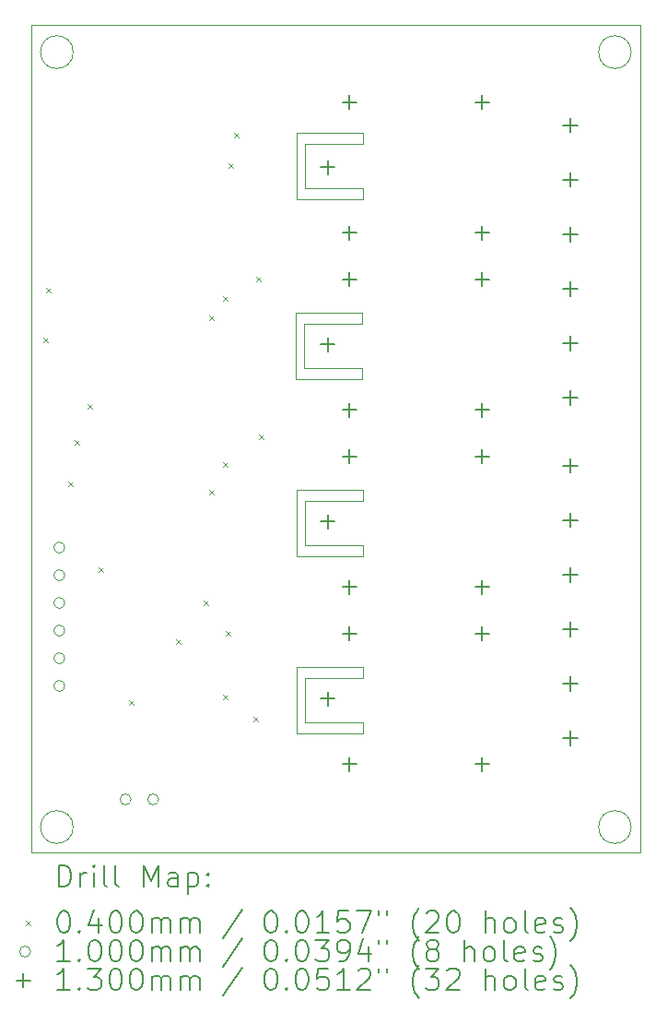
<source format=gbr>
%TF.GenerationSoftware,KiCad,Pcbnew,(6.0.7)*%
%TF.CreationDate,2023-01-17T21:26:49+03:00*%
%TF.ProjectId,4ChannelRelayModule,34436861-6e6e-4656-9c52-656c61794d6f,rev?*%
%TF.SameCoordinates,Original*%
%TF.FileFunction,Drillmap*%
%TF.FilePolarity,Positive*%
%FSLAX45Y45*%
G04 Gerber Fmt 4.5, Leading zero omitted, Abs format (unit mm)*
G04 Created by KiCad (PCBNEW (6.0.7)) date 2023-01-17 21:26:49*
%MOMM*%
%LPD*%
G01*
G04 APERTURE LIST*
%ADD10C,0.100000*%
%ADD11C,0.200000*%
%ADD12C,0.040000*%
%ADD13C,0.130000*%
G04 APERTURE END LIST*
D10*
X13093700Y-7994800D02*
X12560300Y-7994800D01*
X13106400Y-10839600D02*
X13106400Y-10738000D01*
X12484100Y-8096400D02*
X13093700Y-8096400D01*
X15652400Y-12445200D02*
X15652400Y-4845200D01*
X12560300Y-7994800D02*
X12560300Y-7588400D01*
X12573000Y-11246000D02*
X12573000Y-10839600D01*
X12496800Y-9722000D02*
X13106400Y-9722000D01*
X12496800Y-5835800D02*
X12496800Y-6445400D01*
X13106400Y-5835800D02*
X12496800Y-5835800D01*
X12560300Y-7588400D02*
X13093700Y-7588400D01*
X13106400Y-9722000D02*
X13106400Y-9620400D01*
X13093700Y-7486800D02*
X12484100Y-7486800D01*
X15652400Y-12445200D02*
X10052400Y-12445200D01*
X13106400Y-9620400D02*
X12573000Y-9620400D01*
X10439400Y-5099200D02*
G75*
G03*
X10439400Y-5099200I-150000J0D01*
G01*
X12496800Y-10738000D02*
X12496800Y-11347600D01*
X12573000Y-9214000D02*
X13106400Y-9214000D01*
X13106400Y-6445400D02*
X13106400Y-6343800D01*
X12573000Y-9620400D02*
X12573000Y-9214000D01*
X10052400Y-4845200D02*
X15652400Y-4845200D01*
X13106400Y-9112400D02*
X12496800Y-9112400D01*
X13106400Y-5937400D02*
X13106400Y-5835800D01*
X12573000Y-5937400D02*
X13106400Y-5937400D01*
X10052400Y-4845200D02*
X10052400Y-12445200D01*
X13093700Y-8096400D02*
X13093700Y-7994800D01*
X13106400Y-11246000D02*
X12573000Y-11246000D01*
X13106400Y-6343800D02*
X12573000Y-6343800D01*
X13106400Y-10738000D02*
X12496800Y-10738000D01*
X13106400Y-11347600D02*
X13106400Y-11246000D01*
X15567800Y-12211200D02*
G75*
G03*
X15567800Y-12211200I-150000J0D01*
G01*
X12496800Y-11347600D02*
X13106400Y-11347600D01*
X12496800Y-9112400D02*
X12496800Y-9722000D01*
X15567800Y-5099200D02*
G75*
G03*
X15567800Y-5099200I-150000J0D01*
G01*
X12573000Y-10839600D02*
X13106400Y-10839600D01*
X13093700Y-7588400D02*
X13093700Y-7486800D01*
X12573000Y-6343800D02*
X12573000Y-5937400D01*
X13106400Y-9214000D02*
X13106400Y-9112400D01*
X12496800Y-6445400D02*
X13106400Y-6445400D01*
X10439400Y-12211200D02*
G75*
G03*
X10439400Y-12211200I-150000J0D01*
G01*
X12484100Y-7486800D02*
X12484100Y-8096400D01*
D11*
D12*
X10165400Y-7720800D02*
X10205400Y-7760800D01*
X10205400Y-7720800D02*
X10165400Y-7760800D01*
X10190800Y-7263600D02*
X10230800Y-7303600D01*
X10230800Y-7263600D02*
X10190800Y-7303600D01*
X10394000Y-9041600D02*
X10434000Y-9081600D01*
X10434000Y-9041600D02*
X10394000Y-9081600D01*
X10456550Y-8660600D02*
X10496550Y-8700600D01*
X10496550Y-8660600D02*
X10456550Y-8700600D01*
X10571800Y-8330400D02*
X10611800Y-8370400D01*
X10611800Y-8330400D02*
X10571800Y-8370400D01*
X10673400Y-9829000D02*
X10713400Y-9869000D01*
X10713400Y-9829000D02*
X10673400Y-9869000D01*
X10952800Y-11048200D02*
X10992800Y-11088200D01*
X10992800Y-11048200D02*
X10952800Y-11088200D01*
X11384600Y-10489400D02*
X11424600Y-10529400D01*
X11424600Y-10489400D02*
X11384600Y-10529400D01*
X11638600Y-10133800D02*
X11678600Y-10173800D01*
X11678600Y-10133800D02*
X11638600Y-10173800D01*
X11689400Y-7517600D02*
X11729400Y-7557600D01*
X11729400Y-7517600D02*
X11689400Y-7557600D01*
X11689400Y-9117800D02*
X11729400Y-9157800D01*
X11729400Y-9117800D02*
X11689400Y-9157800D01*
X11816400Y-7339800D02*
X11856400Y-7379800D01*
X11856400Y-7339800D02*
X11816400Y-7379800D01*
X11816400Y-8863800D02*
X11856400Y-8903800D01*
X11856400Y-8863800D02*
X11816400Y-8903800D01*
X11816400Y-10997400D02*
X11856400Y-11037400D01*
X11856400Y-10997400D02*
X11816400Y-11037400D01*
X11841800Y-10413200D02*
X11881800Y-10453200D01*
X11881800Y-10413200D02*
X11841800Y-10453200D01*
X11867200Y-6120600D02*
X11907200Y-6160600D01*
X11907200Y-6120600D02*
X11867200Y-6160600D01*
X11918000Y-5841200D02*
X11958000Y-5881200D01*
X11958000Y-5841200D02*
X11918000Y-5881200D01*
X12095800Y-11200600D02*
X12135800Y-11240600D01*
X12135800Y-11200600D02*
X12095800Y-11240600D01*
X12121200Y-7162000D02*
X12161200Y-7202000D01*
X12161200Y-7162000D02*
X12121200Y-7202000D01*
X12146600Y-8609800D02*
X12186600Y-8649800D01*
X12186600Y-8609800D02*
X12146600Y-8649800D01*
D10*
X10362400Y-9645800D02*
G75*
G03*
X10362400Y-9645800I-50000J0D01*
G01*
X10362400Y-9899800D02*
G75*
G03*
X10362400Y-9899800I-50000J0D01*
G01*
X10362400Y-10153800D02*
G75*
G03*
X10362400Y-10153800I-50000J0D01*
G01*
X10362400Y-10407800D02*
G75*
G03*
X10362400Y-10407800I-50000J0D01*
G01*
X10362400Y-10661800D02*
G75*
G03*
X10362400Y-10661800I-50000J0D01*
G01*
X10362400Y-10915800D02*
G75*
G03*
X10362400Y-10915800I-50000J0D01*
G01*
X10971500Y-11957200D02*
G75*
G03*
X10971500Y-11957200I-50000J0D01*
G01*
X11225500Y-11957200D02*
G75*
G03*
X11225500Y-11957200I-50000J0D01*
G01*
D13*
X12779000Y-7717000D02*
X12779000Y-7847000D01*
X12714000Y-7782000D02*
X12844000Y-7782000D01*
X12779400Y-6091400D02*
X12779400Y-6221400D01*
X12714400Y-6156400D02*
X12844400Y-6156400D01*
X12779400Y-9342600D02*
X12779400Y-9472600D01*
X12714400Y-9407600D02*
X12844400Y-9407600D01*
X12779400Y-10968200D02*
X12779400Y-11098200D01*
X12714400Y-11033200D02*
X12844400Y-11033200D01*
X12979000Y-7117000D02*
X12979000Y-7247000D01*
X12914000Y-7182000D02*
X13044000Y-7182000D01*
X12979000Y-8317000D02*
X12979000Y-8447000D01*
X12914000Y-8382000D02*
X13044000Y-8382000D01*
X12979400Y-5491400D02*
X12979400Y-5621400D01*
X12914400Y-5556400D02*
X13044400Y-5556400D01*
X12979400Y-6691400D02*
X12979400Y-6821400D01*
X12914400Y-6756400D02*
X13044400Y-6756400D01*
X12979400Y-8742600D02*
X12979400Y-8872600D01*
X12914400Y-8807600D02*
X13044400Y-8807600D01*
X12979400Y-9942600D02*
X12979400Y-10072600D01*
X12914400Y-10007600D02*
X13044400Y-10007600D01*
X12979400Y-10368200D02*
X12979400Y-10498200D01*
X12914400Y-10433200D02*
X13044400Y-10433200D01*
X12979400Y-11568200D02*
X12979400Y-11698200D01*
X12914400Y-11633200D02*
X13044400Y-11633200D01*
X14199000Y-7117000D02*
X14199000Y-7247000D01*
X14134000Y-7182000D02*
X14264000Y-7182000D01*
X14199000Y-8317000D02*
X14199000Y-8447000D01*
X14134000Y-8382000D02*
X14264000Y-8382000D01*
X14199400Y-5491400D02*
X14199400Y-5621400D01*
X14134400Y-5556400D02*
X14264400Y-5556400D01*
X14199400Y-6691400D02*
X14199400Y-6821400D01*
X14134400Y-6756400D02*
X14264400Y-6756400D01*
X14199400Y-8742600D02*
X14199400Y-8872600D01*
X14134400Y-8807600D02*
X14264400Y-8807600D01*
X14199400Y-9942600D02*
X14199400Y-10072600D01*
X14134400Y-10007600D02*
X14264400Y-10007600D01*
X14199400Y-10368200D02*
X14199400Y-10498200D01*
X14134400Y-10433200D02*
X14264400Y-10433200D01*
X14199400Y-11568200D02*
X14199400Y-11698200D01*
X14134400Y-11633200D02*
X14264400Y-11633200D01*
X15007200Y-5705000D02*
X15007200Y-5835000D01*
X14942200Y-5770000D02*
X15072200Y-5770000D01*
X15007200Y-6205000D02*
X15007200Y-6335000D01*
X14942200Y-6270000D02*
X15072200Y-6270000D01*
X15007200Y-6705000D02*
X15007200Y-6835000D01*
X14942200Y-6770000D02*
X15072200Y-6770000D01*
X15007200Y-7205000D02*
X15007200Y-7335000D01*
X14942200Y-7270000D02*
X15072200Y-7270000D01*
X15007200Y-7705000D02*
X15007200Y-7835000D01*
X14942200Y-7770000D02*
X15072200Y-7770000D01*
X15007200Y-8205000D02*
X15007200Y-8335000D01*
X14942200Y-8270000D02*
X15072200Y-8270000D01*
X15007200Y-8829200D02*
X15007200Y-8959200D01*
X14942200Y-8894200D02*
X15072200Y-8894200D01*
X15007200Y-9329200D02*
X15007200Y-9459200D01*
X14942200Y-9394200D02*
X15072200Y-9394200D01*
X15007200Y-9829200D02*
X15007200Y-9959200D01*
X14942200Y-9894200D02*
X15072200Y-9894200D01*
X15007200Y-10329200D02*
X15007200Y-10459200D01*
X14942200Y-10394200D02*
X15072200Y-10394200D01*
X15007200Y-10829200D02*
X15007200Y-10959200D01*
X14942200Y-10894200D02*
X15072200Y-10894200D01*
X15007200Y-11329200D02*
X15007200Y-11459200D01*
X14942200Y-11394200D02*
X15072200Y-11394200D01*
D11*
X10305019Y-12760676D02*
X10305019Y-12560676D01*
X10352638Y-12560676D01*
X10381210Y-12570200D01*
X10400257Y-12589248D01*
X10409781Y-12608295D01*
X10419305Y-12646390D01*
X10419305Y-12674962D01*
X10409781Y-12713057D01*
X10400257Y-12732105D01*
X10381210Y-12751152D01*
X10352638Y-12760676D01*
X10305019Y-12760676D01*
X10505019Y-12760676D02*
X10505019Y-12627343D01*
X10505019Y-12665438D02*
X10514543Y-12646390D01*
X10524067Y-12636867D01*
X10543114Y-12627343D01*
X10562162Y-12627343D01*
X10628829Y-12760676D02*
X10628829Y-12627343D01*
X10628829Y-12560676D02*
X10619305Y-12570200D01*
X10628829Y-12579724D01*
X10638352Y-12570200D01*
X10628829Y-12560676D01*
X10628829Y-12579724D01*
X10752638Y-12760676D02*
X10733590Y-12751152D01*
X10724067Y-12732105D01*
X10724067Y-12560676D01*
X10857400Y-12760676D02*
X10838352Y-12751152D01*
X10828829Y-12732105D01*
X10828829Y-12560676D01*
X11085971Y-12760676D02*
X11085971Y-12560676D01*
X11152638Y-12703533D01*
X11219305Y-12560676D01*
X11219305Y-12760676D01*
X11400257Y-12760676D02*
X11400257Y-12655914D01*
X11390733Y-12636867D01*
X11371686Y-12627343D01*
X11333590Y-12627343D01*
X11314543Y-12636867D01*
X11400257Y-12751152D02*
X11381209Y-12760676D01*
X11333590Y-12760676D01*
X11314543Y-12751152D01*
X11305019Y-12732105D01*
X11305019Y-12713057D01*
X11314543Y-12694009D01*
X11333590Y-12684486D01*
X11381209Y-12684486D01*
X11400257Y-12674962D01*
X11495495Y-12627343D02*
X11495495Y-12827343D01*
X11495495Y-12636867D02*
X11514543Y-12627343D01*
X11552638Y-12627343D01*
X11571686Y-12636867D01*
X11581209Y-12646390D01*
X11590733Y-12665438D01*
X11590733Y-12722581D01*
X11581209Y-12741628D01*
X11571686Y-12751152D01*
X11552638Y-12760676D01*
X11514543Y-12760676D01*
X11495495Y-12751152D01*
X11676448Y-12741628D02*
X11685971Y-12751152D01*
X11676448Y-12760676D01*
X11666924Y-12751152D01*
X11676448Y-12741628D01*
X11676448Y-12760676D01*
X11676448Y-12636867D02*
X11685971Y-12646390D01*
X11676448Y-12655914D01*
X11666924Y-12646390D01*
X11676448Y-12636867D01*
X11676448Y-12655914D01*
D12*
X10007400Y-13070200D02*
X10047400Y-13110200D01*
X10047400Y-13070200D02*
X10007400Y-13110200D01*
D11*
X10343114Y-12980676D02*
X10362162Y-12980676D01*
X10381210Y-12990200D01*
X10390733Y-12999724D01*
X10400257Y-13018771D01*
X10409781Y-13056867D01*
X10409781Y-13104486D01*
X10400257Y-13142581D01*
X10390733Y-13161628D01*
X10381210Y-13171152D01*
X10362162Y-13180676D01*
X10343114Y-13180676D01*
X10324067Y-13171152D01*
X10314543Y-13161628D01*
X10305019Y-13142581D01*
X10295495Y-13104486D01*
X10295495Y-13056867D01*
X10305019Y-13018771D01*
X10314543Y-12999724D01*
X10324067Y-12990200D01*
X10343114Y-12980676D01*
X10495495Y-13161628D02*
X10505019Y-13171152D01*
X10495495Y-13180676D01*
X10485971Y-13171152D01*
X10495495Y-13161628D01*
X10495495Y-13180676D01*
X10676448Y-13047343D02*
X10676448Y-13180676D01*
X10628829Y-12971152D02*
X10581210Y-13114009D01*
X10705019Y-13114009D01*
X10819305Y-12980676D02*
X10838352Y-12980676D01*
X10857400Y-12990200D01*
X10866924Y-12999724D01*
X10876448Y-13018771D01*
X10885971Y-13056867D01*
X10885971Y-13104486D01*
X10876448Y-13142581D01*
X10866924Y-13161628D01*
X10857400Y-13171152D01*
X10838352Y-13180676D01*
X10819305Y-13180676D01*
X10800257Y-13171152D01*
X10790733Y-13161628D01*
X10781210Y-13142581D01*
X10771686Y-13104486D01*
X10771686Y-13056867D01*
X10781210Y-13018771D01*
X10790733Y-12999724D01*
X10800257Y-12990200D01*
X10819305Y-12980676D01*
X11009781Y-12980676D02*
X11028829Y-12980676D01*
X11047876Y-12990200D01*
X11057400Y-12999724D01*
X11066924Y-13018771D01*
X11076448Y-13056867D01*
X11076448Y-13104486D01*
X11066924Y-13142581D01*
X11057400Y-13161628D01*
X11047876Y-13171152D01*
X11028829Y-13180676D01*
X11009781Y-13180676D01*
X10990733Y-13171152D01*
X10981210Y-13161628D01*
X10971686Y-13142581D01*
X10962162Y-13104486D01*
X10962162Y-13056867D01*
X10971686Y-13018771D01*
X10981210Y-12999724D01*
X10990733Y-12990200D01*
X11009781Y-12980676D01*
X11162162Y-13180676D02*
X11162162Y-13047343D01*
X11162162Y-13066390D02*
X11171686Y-13056867D01*
X11190733Y-13047343D01*
X11219305Y-13047343D01*
X11238352Y-13056867D01*
X11247876Y-13075914D01*
X11247876Y-13180676D01*
X11247876Y-13075914D02*
X11257400Y-13056867D01*
X11276448Y-13047343D01*
X11305019Y-13047343D01*
X11324067Y-13056867D01*
X11333590Y-13075914D01*
X11333590Y-13180676D01*
X11428828Y-13180676D02*
X11428828Y-13047343D01*
X11428828Y-13066390D02*
X11438352Y-13056867D01*
X11457400Y-13047343D01*
X11485971Y-13047343D01*
X11505019Y-13056867D01*
X11514543Y-13075914D01*
X11514543Y-13180676D01*
X11514543Y-13075914D02*
X11524067Y-13056867D01*
X11543114Y-13047343D01*
X11571686Y-13047343D01*
X11590733Y-13056867D01*
X11600257Y-13075914D01*
X11600257Y-13180676D01*
X11990733Y-12971152D02*
X11819305Y-13228295D01*
X12247876Y-12980676D02*
X12266924Y-12980676D01*
X12285971Y-12990200D01*
X12295495Y-12999724D01*
X12305019Y-13018771D01*
X12314543Y-13056867D01*
X12314543Y-13104486D01*
X12305019Y-13142581D01*
X12295495Y-13161628D01*
X12285971Y-13171152D01*
X12266924Y-13180676D01*
X12247876Y-13180676D01*
X12228828Y-13171152D01*
X12219305Y-13161628D01*
X12209781Y-13142581D01*
X12200257Y-13104486D01*
X12200257Y-13056867D01*
X12209781Y-13018771D01*
X12219305Y-12999724D01*
X12228828Y-12990200D01*
X12247876Y-12980676D01*
X12400257Y-13161628D02*
X12409781Y-13171152D01*
X12400257Y-13180676D01*
X12390733Y-13171152D01*
X12400257Y-13161628D01*
X12400257Y-13180676D01*
X12533590Y-12980676D02*
X12552638Y-12980676D01*
X12571686Y-12990200D01*
X12581209Y-12999724D01*
X12590733Y-13018771D01*
X12600257Y-13056867D01*
X12600257Y-13104486D01*
X12590733Y-13142581D01*
X12581209Y-13161628D01*
X12571686Y-13171152D01*
X12552638Y-13180676D01*
X12533590Y-13180676D01*
X12514543Y-13171152D01*
X12505019Y-13161628D01*
X12495495Y-13142581D01*
X12485971Y-13104486D01*
X12485971Y-13056867D01*
X12495495Y-13018771D01*
X12505019Y-12999724D01*
X12514543Y-12990200D01*
X12533590Y-12980676D01*
X12790733Y-13180676D02*
X12676448Y-13180676D01*
X12733590Y-13180676D02*
X12733590Y-12980676D01*
X12714543Y-13009248D01*
X12695495Y-13028295D01*
X12676448Y-13037819D01*
X12971686Y-12980676D02*
X12876448Y-12980676D01*
X12866924Y-13075914D01*
X12876448Y-13066390D01*
X12895495Y-13056867D01*
X12943114Y-13056867D01*
X12962162Y-13066390D01*
X12971686Y-13075914D01*
X12981209Y-13094962D01*
X12981209Y-13142581D01*
X12971686Y-13161628D01*
X12962162Y-13171152D01*
X12943114Y-13180676D01*
X12895495Y-13180676D01*
X12876448Y-13171152D01*
X12866924Y-13161628D01*
X13047876Y-12980676D02*
X13181209Y-12980676D01*
X13095495Y-13180676D01*
X13247876Y-12980676D02*
X13247876Y-13018771D01*
X13324067Y-12980676D02*
X13324067Y-13018771D01*
X13619305Y-13256867D02*
X13609781Y-13247343D01*
X13590733Y-13218771D01*
X13581209Y-13199724D01*
X13571686Y-13171152D01*
X13562162Y-13123533D01*
X13562162Y-13085438D01*
X13571686Y-13037819D01*
X13581209Y-13009248D01*
X13590733Y-12990200D01*
X13609781Y-12961628D01*
X13619305Y-12952105D01*
X13685971Y-12999724D02*
X13695495Y-12990200D01*
X13714543Y-12980676D01*
X13762162Y-12980676D01*
X13781209Y-12990200D01*
X13790733Y-12999724D01*
X13800257Y-13018771D01*
X13800257Y-13037819D01*
X13790733Y-13066390D01*
X13676448Y-13180676D01*
X13800257Y-13180676D01*
X13924067Y-12980676D02*
X13943114Y-12980676D01*
X13962162Y-12990200D01*
X13971686Y-12999724D01*
X13981209Y-13018771D01*
X13990733Y-13056867D01*
X13990733Y-13104486D01*
X13981209Y-13142581D01*
X13971686Y-13161628D01*
X13962162Y-13171152D01*
X13943114Y-13180676D01*
X13924067Y-13180676D01*
X13905019Y-13171152D01*
X13895495Y-13161628D01*
X13885971Y-13142581D01*
X13876448Y-13104486D01*
X13876448Y-13056867D01*
X13885971Y-13018771D01*
X13895495Y-12999724D01*
X13905019Y-12990200D01*
X13924067Y-12980676D01*
X14228828Y-13180676D02*
X14228828Y-12980676D01*
X14314543Y-13180676D02*
X14314543Y-13075914D01*
X14305019Y-13056867D01*
X14285971Y-13047343D01*
X14257400Y-13047343D01*
X14238352Y-13056867D01*
X14228828Y-13066390D01*
X14438352Y-13180676D02*
X14419305Y-13171152D01*
X14409781Y-13161628D01*
X14400257Y-13142581D01*
X14400257Y-13085438D01*
X14409781Y-13066390D01*
X14419305Y-13056867D01*
X14438352Y-13047343D01*
X14466924Y-13047343D01*
X14485971Y-13056867D01*
X14495495Y-13066390D01*
X14505019Y-13085438D01*
X14505019Y-13142581D01*
X14495495Y-13161628D01*
X14485971Y-13171152D01*
X14466924Y-13180676D01*
X14438352Y-13180676D01*
X14619305Y-13180676D02*
X14600257Y-13171152D01*
X14590733Y-13152105D01*
X14590733Y-12980676D01*
X14771686Y-13171152D02*
X14752638Y-13180676D01*
X14714543Y-13180676D01*
X14695495Y-13171152D01*
X14685971Y-13152105D01*
X14685971Y-13075914D01*
X14695495Y-13056867D01*
X14714543Y-13047343D01*
X14752638Y-13047343D01*
X14771686Y-13056867D01*
X14781209Y-13075914D01*
X14781209Y-13094962D01*
X14685971Y-13114009D01*
X14857400Y-13171152D02*
X14876448Y-13180676D01*
X14914543Y-13180676D01*
X14933590Y-13171152D01*
X14943114Y-13152105D01*
X14943114Y-13142581D01*
X14933590Y-13123533D01*
X14914543Y-13114009D01*
X14885971Y-13114009D01*
X14866924Y-13104486D01*
X14857400Y-13085438D01*
X14857400Y-13075914D01*
X14866924Y-13056867D01*
X14885971Y-13047343D01*
X14914543Y-13047343D01*
X14933590Y-13056867D01*
X15009781Y-13256867D02*
X15019305Y-13247343D01*
X15038352Y-13218771D01*
X15047876Y-13199724D01*
X15057400Y-13171152D01*
X15066924Y-13123533D01*
X15066924Y-13085438D01*
X15057400Y-13037819D01*
X15047876Y-13009248D01*
X15038352Y-12990200D01*
X15019305Y-12961628D01*
X15009781Y-12952105D01*
D10*
X10047400Y-13354200D02*
G75*
G03*
X10047400Y-13354200I-50000J0D01*
G01*
D11*
X10409781Y-13444676D02*
X10295495Y-13444676D01*
X10352638Y-13444676D02*
X10352638Y-13244676D01*
X10333590Y-13273248D01*
X10314543Y-13292295D01*
X10295495Y-13301819D01*
X10495495Y-13425628D02*
X10505019Y-13435152D01*
X10495495Y-13444676D01*
X10485971Y-13435152D01*
X10495495Y-13425628D01*
X10495495Y-13444676D01*
X10628829Y-13244676D02*
X10647876Y-13244676D01*
X10666924Y-13254200D01*
X10676448Y-13263724D01*
X10685971Y-13282771D01*
X10695495Y-13320867D01*
X10695495Y-13368486D01*
X10685971Y-13406581D01*
X10676448Y-13425628D01*
X10666924Y-13435152D01*
X10647876Y-13444676D01*
X10628829Y-13444676D01*
X10609781Y-13435152D01*
X10600257Y-13425628D01*
X10590733Y-13406581D01*
X10581210Y-13368486D01*
X10581210Y-13320867D01*
X10590733Y-13282771D01*
X10600257Y-13263724D01*
X10609781Y-13254200D01*
X10628829Y-13244676D01*
X10819305Y-13244676D02*
X10838352Y-13244676D01*
X10857400Y-13254200D01*
X10866924Y-13263724D01*
X10876448Y-13282771D01*
X10885971Y-13320867D01*
X10885971Y-13368486D01*
X10876448Y-13406581D01*
X10866924Y-13425628D01*
X10857400Y-13435152D01*
X10838352Y-13444676D01*
X10819305Y-13444676D01*
X10800257Y-13435152D01*
X10790733Y-13425628D01*
X10781210Y-13406581D01*
X10771686Y-13368486D01*
X10771686Y-13320867D01*
X10781210Y-13282771D01*
X10790733Y-13263724D01*
X10800257Y-13254200D01*
X10819305Y-13244676D01*
X11009781Y-13244676D02*
X11028829Y-13244676D01*
X11047876Y-13254200D01*
X11057400Y-13263724D01*
X11066924Y-13282771D01*
X11076448Y-13320867D01*
X11076448Y-13368486D01*
X11066924Y-13406581D01*
X11057400Y-13425628D01*
X11047876Y-13435152D01*
X11028829Y-13444676D01*
X11009781Y-13444676D01*
X10990733Y-13435152D01*
X10981210Y-13425628D01*
X10971686Y-13406581D01*
X10962162Y-13368486D01*
X10962162Y-13320867D01*
X10971686Y-13282771D01*
X10981210Y-13263724D01*
X10990733Y-13254200D01*
X11009781Y-13244676D01*
X11162162Y-13444676D02*
X11162162Y-13311343D01*
X11162162Y-13330390D02*
X11171686Y-13320867D01*
X11190733Y-13311343D01*
X11219305Y-13311343D01*
X11238352Y-13320867D01*
X11247876Y-13339914D01*
X11247876Y-13444676D01*
X11247876Y-13339914D02*
X11257400Y-13320867D01*
X11276448Y-13311343D01*
X11305019Y-13311343D01*
X11324067Y-13320867D01*
X11333590Y-13339914D01*
X11333590Y-13444676D01*
X11428828Y-13444676D02*
X11428828Y-13311343D01*
X11428828Y-13330390D02*
X11438352Y-13320867D01*
X11457400Y-13311343D01*
X11485971Y-13311343D01*
X11505019Y-13320867D01*
X11514543Y-13339914D01*
X11514543Y-13444676D01*
X11514543Y-13339914D02*
X11524067Y-13320867D01*
X11543114Y-13311343D01*
X11571686Y-13311343D01*
X11590733Y-13320867D01*
X11600257Y-13339914D01*
X11600257Y-13444676D01*
X11990733Y-13235152D02*
X11819305Y-13492295D01*
X12247876Y-13244676D02*
X12266924Y-13244676D01*
X12285971Y-13254200D01*
X12295495Y-13263724D01*
X12305019Y-13282771D01*
X12314543Y-13320867D01*
X12314543Y-13368486D01*
X12305019Y-13406581D01*
X12295495Y-13425628D01*
X12285971Y-13435152D01*
X12266924Y-13444676D01*
X12247876Y-13444676D01*
X12228828Y-13435152D01*
X12219305Y-13425628D01*
X12209781Y-13406581D01*
X12200257Y-13368486D01*
X12200257Y-13320867D01*
X12209781Y-13282771D01*
X12219305Y-13263724D01*
X12228828Y-13254200D01*
X12247876Y-13244676D01*
X12400257Y-13425628D02*
X12409781Y-13435152D01*
X12400257Y-13444676D01*
X12390733Y-13435152D01*
X12400257Y-13425628D01*
X12400257Y-13444676D01*
X12533590Y-13244676D02*
X12552638Y-13244676D01*
X12571686Y-13254200D01*
X12581209Y-13263724D01*
X12590733Y-13282771D01*
X12600257Y-13320867D01*
X12600257Y-13368486D01*
X12590733Y-13406581D01*
X12581209Y-13425628D01*
X12571686Y-13435152D01*
X12552638Y-13444676D01*
X12533590Y-13444676D01*
X12514543Y-13435152D01*
X12505019Y-13425628D01*
X12495495Y-13406581D01*
X12485971Y-13368486D01*
X12485971Y-13320867D01*
X12495495Y-13282771D01*
X12505019Y-13263724D01*
X12514543Y-13254200D01*
X12533590Y-13244676D01*
X12666924Y-13244676D02*
X12790733Y-13244676D01*
X12724067Y-13320867D01*
X12752638Y-13320867D01*
X12771686Y-13330390D01*
X12781209Y-13339914D01*
X12790733Y-13358962D01*
X12790733Y-13406581D01*
X12781209Y-13425628D01*
X12771686Y-13435152D01*
X12752638Y-13444676D01*
X12695495Y-13444676D01*
X12676448Y-13435152D01*
X12666924Y-13425628D01*
X12885971Y-13444676D02*
X12924067Y-13444676D01*
X12943114Y-13435152D01*
X12952638Y-13425628D01*
X12971686Y-13397057D01*
X12981209Y-13358962D01*
X12981209Y-13282771D01*
X12971686Y-13263724D01*
X12962162Y-13254200D01*
X12943114Y-13244676D01*
X12905019Y-13244676D01*
X12885971Y-13254200D01*
X12876448Y-13263724D01*
X12866924Y-13282771D01*
X12866924Y-13330390D01*
X12876448Y-13349438D01*
X12885971Y-13358962D01*
X12905019Y-13368486D01*
X12943114Y-13368486D01*
X12962162Y-13358962D01*
X12971686Y-13349438D01*
X12981209Y-13330390D01*
X13152638Y-13311343D02*
X13152638Y-13444676D01*
X13105019Y-13235152D02*
X13057400Y-13378009D01*
X13181209Y-13378009D01*
X13247876Y-13244676D02*
X13247876Y-13282771D01*
X13324067Y-13244676D02*
X13324067Y-13282771D01*
X13619305Y-13520867D02*
X13609781Y-13511343D01*
X13590733Y-13482771D01*
X13581209Y-13463724D01*
X13571686Y-13435152D01*
X13562162Y-13387533D01*
X13562162Y-13349438D01*
X13571686Y-13301819D01*
X13581209Y-13273248D01*
X13590733Y-13254200D01*
X13609781Y-13225628D01*
X13619305Y-13216105D01*
X13724067Y-13330390D02*
X13705019Y-13320867D01*
X13695495Y-13311343D01*
X13685971Y-13292295D01*
X13685971Y-13282771D01*
X13695495Y-13263724D01*
X13705019Y-13254200D01*
X13724067Y-13244676D01*
X13762162Y-13244676D01*
X13781209Y-13254200D01*
X13790733Y-13263724D01*
X13800257Y-13282771D01*
X13800257Y-13292295D01*
X13790733Y-13311343D01*
X13781209Y-13320867D01*
X13762162Y-13330390D01*
X13724067Y-13330390D01*
X13705019Y-13339914D01*
X13695495Y-13349438D01*
X13685971Y-13368486D01*
X13685971Y-13406581D01*
X13695495Y-13425628D01*
X13705019Y-13435152D01*
X13724067Y-13444676D01*
X13762162Y-13444676D01*
X13781209Y-13435152D01*
X13790733Y-13425628D01*
X13800257Y-13406581D01*
X13800257Y-13368486D01*
X13790733Y-13349438D01*
X13781209Y-13339914D01*
X13762162Y-13330390D01*
X14038352Y-13444676D02*
X14038352Y-13244676D01*
X14124067Y-13444676D02*
X14124067Y-13339914D01*
X14114543Y-13320867D01*
X14095495Y-13311343D01*
X14066924Y-13311343D01*
X14047876Y-13320867D01*
X14038352Y-13330390D01*
X14247876Y-13444676D02*
X14228828Y-13435152D01*
X14219305Y-13425628D01*
X14209781Y-13406581D01*
X14209781Y-13349438D01*
X14219305Y-13330390D01*
X14228828Y-13320867D01*
X14247876Y-13311343D01*
X14276448Y-13311343D01*
X14295495Y-13320867D01*
X14305019Y-13330390D01*
X14314543Y-13349438D01*
X14314543Y-13406581D01*
X14305019Y-13425628D01*
X14295495Y-13435152D01*
X14276448Y-13444676D01*
X14247876Y-13444676D01*
X14428828Y-13444676D02*
X14409781Y-13435152D01*
X14400257Y-13416105D01*
X14400257Y-13244676D01*
X14581209Y-13435152D02*
X14562162Y-13444676D01*
X14524067Y-13444676D01*
X14505019Y-13435152D01*
X14495495Y-13416105D01*
X14495495Y-13339914D01*
X14505019Y-13320867D01*
X14524067Y-13311343D01*
X14562162Y-13311343D01*
X14581209Y-13320867D01*
X14590733Y-13339914D01*
X14590733Y-13358962D01*
X14495495Y-13378009D01*
X14666924Y-13435152D02*
X14685971Y-13444676D01*
X14724067Y-13444676D01*
X14743114Y-13435152D01*
X14752638Y-13416105D01*
X14752638Y-13406581D01*
X14743114Y-13387533D01*
X14724067Y-13378009D01*
X14695495Y-13378009D01*
X14676448Y-13368486D01*
X14666924Y-13349438D01*
X14666924Y-13339914D01*
X14676448Y-13320867D01*
X14695495Y-13311343D01*
X14724067Y-13311343D01*
X14743114Y-13320867D01*
X14819305Y-13520867D02*
X14828828Y-13511343D01*
X14847876Y-13482771D01*
X14857400Y-13463724D01*
X14866924Y-13435152D01*
X14876448Y-13387533D01*
X14876448Y-13349438D01*
X14866924Y-13301819D01*
X14857400Y-13273248D01*
X14847876Y-13254200D01*
X14828828Y-13225628D01*
X14819305Y-13216105D01*
D13*
X9982400Y-13553200D02*
X9982400Y-13683200D01*
X9917400Y-13618200D02*
X10047400Y-13618200D01*
D11*
X10409781Y-13708676D02*
X10295495Y-13708676D01*
X10352638Y-13708676D02*
X10352638Y-13508676D01*
X10333590Y-13537248D01*
X10314543Y-13556295D01*
X10295495Y-13565819D01*
X10495495Y-13689628D02*
X10505019Y-13699152D01*
X10495495Y-13708676D01*
X10485971Y-13699152D01*
X10495495Y-13689628D01*
X10495495Y-13708676D01*
X10571686Y-13508676D02*
X10695495Y-13508676D01*
X10628829Y-13584867D01*
X10657400Y-13584867D01*
X10676448Y-13594390D01*
X10685971Y-13603914D01*
X10695495Y-13622962D01*
X10695495Y-13670581D01*
X10685971Y-13689628D01*
X10676448Y-13699152D01*
X10657400Y-13708676D01*
X10600257Y-13708676D01*
X10581210Y-13699152D01*
X10571686Y-13689628D01*
X10819305Y-13508676D02*
X10838352Y-13508676D01*
X10857400Y-13518200D01*
X10866924Y-13527724D01*
X10876448Y-13546771D01*
X10885971Y-13584867D01*
X10885971Y-13632486D01*
X10876448Y-13670581D01*
X10866924Y-13689628D01*
X10857400Y-13699152D01*
X10838352Y-13708676D01*
X10819305Y-13708676D01*
X10800257Y-13699152D01*
X10790733Y-13689628D01*
X10781210Y-13670581D01*
X10771686Y-13632486D01*
X10771686Y-13584867D01*
X10781210Y-13546771D01*
X10790733Y-13527724D01*
X10800257Y-13518200D01*
X10819305Y-13508676D01*
X11009781Y-13508676D02*
X11028829Y-13508676D01*
X11047876Y-13518200D01*
X11057400Y-13527724D01*
X11066924Y-13546771D01*
X11076448Y-13584867D01*
X11076448Y-13632486D01*
X11066924Y-13670581D01*
X11057400Y-13689628D01*
X11047876Y-13699152D01*
X11028829Y-13708676D01*
X11009781Y-13708676D01*
X10990733Y-13699152D01*
X10981210Y-13689628D01*
X10971686Y-13670581D01*
X10962162Y-13632486D01*
X10962162Y-13584867D01*
X10971686Y-13546771D01*
X10981210Y-13527724D01*
X10990733Y-13518200D01*
X11009781Y-13508676D01*
X11162162Y-13708676D02*
X11162162Y-13575343D01*
X11162162Y-13594390D02*
X11171686Y-13584867D01*
X11190733Y-13575343D01*
X11219305Y-13575343D01*
X11238352Y-13584867D01*
X11247876Y-13603914D01*
X11247876Y-13708676D01*
X11247876Y-13603914D02*
X11257400Y-13584867D01*
X11276448Y-13575343D01*
X11305019Y-13575343D01*
X11324067Y-13584867D01*
X11333590Y-13603914D01*
X11333590Y-13708676D01*
X11428828Y-13708676D02*
X11428828Y-13575343D01*
X11428828Y-13594390D02*
X11438352Y-13584867D01*
X11457400Y-13575343D01*
X11485971Y-13575343D01*
X11505019Y-13584867D01*
X11514543Y-13603914D01*
X11514543Y-13708676D01*
X11514543Y-13603914D02*
X11524067Y-13584867D01*
X11543114Y-13575343D01*
X11571686Y-13575343D01*
X11590733Y-13584867D01*
X11600257Y-13603914D01*
X11600257Y-13708676D01*
X11990733Y-13499152D02*
X11819305Y-13756295D01*
X12247876Y-13508676D02*
X12266924Y-13508676D01*
X12285971Y-13518200D01*
X12295495Y-13527724D01*
X12305019Y-13546771D01*
X12314543Y-13584867D01*
X12314543Y-13632486D01*
X12305019Y-13670581D01*
X12295495Y-13689628D01*
X12285971Y-13699152D01*
X12266924Y-13708676D01*
X12247876Y-13708676D01*
X12228828Y-13699152D01*
X12219305Y-13689628D01*
X12209781Y-13670581D01*
X12200257Y-13632486D01*
X12200257Y-13584867D01*
X12209781Y-13546771D01*
X12219305Y-13527724D01*
X12228828Y-13518200D01*
X12247876Y-13508676D01*
X12400257Y-13689628D02*
X12409781Y-13699152D01*
X12400257Y-13708676D01*
X12390733Y-13699152D01*
X12400257Y-13689628D01*
X12400257Y-13708676D01*
X12533590Y-13508676D02*
X12552638Y-13508676D01*
X12571686Y-13518200D01*
X12581209Y-13527724D01*
X12590733Y-13546771D01*
X12600257Y-13584867D01*
X12600257Y-13632486D01*
X12590733Y-13670581D01*
X12581209Y-13689628D01*
X12571686Y-13699152D01*
X12552638Y-13708676D01*
X12533590Y-13708676D01*
X12514543Y-13699152D01*
X12505019Y-13689628D01*
X12495495Y-13670581D01*
X12485971Y-13632486D01*
X12485971Y-13584867D01*
X12495495Y-13546771D01*
X12505019Y-13527724D01*
X12514543Y-13518200D01*
X12533590Y-13508676D01*
X12781209Y-13508676D02*
X12685971Y-13508676D01*
X12676448Y-13603914D01*
X12685971Y-13594390D01*
X12705019Y-13584867D01*
X12752638Y-13584867D01*
X12771686Y-13594390D01*
X12781209Y-13603914D01*
X12790733Y-13622962D01*
X12790733Y-13670581D01*
X12781209Y-13689628D01*
X12771686Y-13699152D01*
X12752638Y-13708676D01*
X12705019Y-13708676D01*
X12685971Y-13699152D01*
X12676448Y-13689628D01*
X12981209Y-13708676D02*
X12866924Y-13708676D01*
X12924067Y-13708676D02*
X12924067Y-13508676D01*
X12905019Y-13537248D01*
X12885971Y-13556295D01*
X12866924Y-13565819D01*
X13057400Y-13527724D02*
X13066924Y-13518200D01*
X13085971Y-13508676D01*
X13133590Y-13508676D01*
X13152638Y-13518200D01*
X13162162Y-13527724D01*
X13171686Y-13546771D01*
X13171686Y-13565819D01*
X13162162Y-13594390D01*
X13047876Y-13708676D01*
X13171686Y-13708676D01*
X13247876Y-13508676D02*
X13247876Y-13546771D01*
X13324067Y-13508676D02*
X13324067Y-13546771D01*
X13619305Y-13784867D02*
X13609781Y-13775343D01*
X13590733Y-13746771D01*
X13581209Y-13727724D01*
X13571686Y-13699152D01*
X13562162Y-13651533D01*
X13562162Y-13613438D01*
X13571686Y-13565819D01*
X13581209Y-13537248D01*
X13590733Y-13518200D01*
X13609781Y-13489628D01*
X13619305Y-13480105D01*
X13676448Y-13508676D02*
X13800257Y-13508676D01*
X13733590Y-13584867D01*
X13762162Y-13584867D01*
X13781209Y-13594390D01*
X13790733Y-13603914D01*
X13800257Y-13622962D01*
X13800257Y-13670581D01*
X13790733Y-13689628D01*
X13781209Y-13699152D01*
X13762162Y-13708676D01*
X13705019Y-13708676D01*
X13685971Y-13699152D01*
X13676448Y-13689628D01*
X13876448Y-13527724D02*
X13885971Y-13518200D01*
X13905019Y-13508676D01*
X13952638Y-13508676D01*
X13971686Y-13518200D01*
X13981209Y-13527724D01*
X13990733Y-13546771D01*
X13990733Y-13565819D01*
X13981209Y-13594390D01*
X13866924Y-13708676D01*
X13990733Y-13708676D01*
X14228828Y-13708676D02*
X14228828Y-13508676D01*
X14314543Y-13708676D02*
X14314543Y-13603914D01*
X14305019Y-13584867D01*
X14285971Y-13575343D01*
X14257400Y-13575343D01*
X14238352Y-13584867D01*
X14228828Y-13594390D01*
X14438352Y-13708676D02*
X14419305Y-13699152D01*
X14409781Y-13689628D01*
X14400257Y-13670581D01*
X14400257Y-13613438D01*
X14409781Y-13594390D01*
X14419305Y-13584867D01*
X14438352Y-13575343D01*
X14466924Y-13575343D01*
X14485971Y-13584867D01*
X14495495Y-13594390D01*
X14505019Y-13613438D01*
X14505019Y-13670581D01*
X14495495Y-13689628D01*
X14485971Y-13699152D01*
X14466924Y-13708676D01*
X14438352Y-13708676D01*
X14619305Y-13708676D02*
X14600257Y-13699152D01*
X14590733Y-13680105D01*
X14590733Y-13508676D01*
X14771686Y-13699152D02*
X14752638Y-13708676D01*
X14714543Y-13708676D01*
X14695495Y-13699152D01*
X14685971Y-13680105D01*
X14685971Y-13603914D01*
X14695495Y-13584867D01*
X14714543Y-13575343D01*
X14752638Y-13575343D01*
X14771686Y-13584867D01*
X14781209Y-13603914D01*
X14781209Y-13622962D01*
X14685971Y-13642009D01*
X14857400Y-13699152D02*
X14876448Y-13708676D01*
X14914543Y-13708676D01*
X14933590Y-13699152D01*
X14943114Y-13680105D01*
X14943114Y-13670581D01*
X14933590Y-13651533D01*
X14914543Y-13642009D01*
X14885971Y-13642009D01*
X14866924Y-13632486D01*
X14857400Y-13613438D01*
X14857400Y-13603914D01*
X14866924Y-13584867D01*
X14885971Y-13575343D01*
X14914543Y-13575343D01*
X14933590Y-13584867D01*
X15009781Y-13784867D02*
X15019305Y-13775343D01*
X15038352Y-13746771D01*
X15047876Y-13727724D01*
X15057400Y-13699152D01*
X15066924Y-13651533D01*
X15066924Y-13613438D01*
X15057400Y-13565819D01*
X15047876Y-13537248D01*
X15038352Y-13518200D01*
X15019305Y-13489628D01*
X15009781Y-13480105D01*
M02*

</source>
